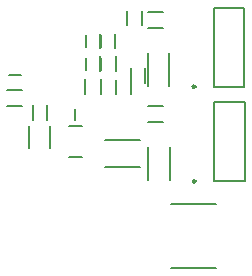
<source format=gbo>
G04*
G04 #@! TF.GenerationSoftware,Altium Limited,Altium Designer,24.4.1 (13)*
G04*
G04 Layer_Color=32896*
%FSLAX44Y44*%
%MOMM*%
G71*
G04*
G04 #@! TF.SameCoordinates,2EB5ED4D-3302-4EB3-8F75-9365195E6A89*
G04*
G04*
G04 #@! TF.FilePolarity,Positive*
G04*
G01*
G75*
%ADD10C,0.2500*%
%ADD13C,0.2000*%
D10*
X332000Y106500D02*
G03*
X332000Y106500I-1250J0D01*
G01*
X331750Y186500D02*
G03*
X331750Y186500I-1250J0D01*
G01*
D13*
X347250Y106500D02*
Y173500D01*
X373250Y106500D02*
Y173500D01*
X347250Y106500D02*
X373250D01*
X347250Y173500D02*
X373250D01*
X255469Y118719D02*
X284531D01*
X255469Y141281D02*
X284531D01*
X310750Y32800D02*
X349250D01*
X310750Y87200D02*
X349250D01*
X224300Y126650D02*
X235700D01*
X224300Y153350D02*
X235700D01*
X230000Y158250D02*
Y167750D01*
X206250Y158625D02*
Y170625D01*
X193750Y158625D02*
Y170625D01*
X172303Y183750D02*
X185028D01*
X172303Y170250D02*
X185028D01*
X251750Y179972D02*
Y192697D01*
X238250Y179972D02*
Y192697D01*
X174000Y183650D02*
X184000D01*
X174000Y196350D02*
X184000D01*
X238650Y201000D02*
Y211000D01*
X251350Y201000D02*
Y211000D01*
X264750Y199638D02*
Y212362D01*
X251250Y199638D02*
Y212362D01*
X238650Y220375D02*
Y230375D01*
X251350Y220375D02*
Y230375D01*
X286250Y238625D02*
Y250625D01*
X273750Y238625D02*
Y250625D01*
X208850Y135000D02*
X208900D01*
X191100D02*
X191150D01*
X191100D02*
Y153000D01*
X208850D02*
X208900D01*
X191100D02*
X191150D01*
X208900Y135000D02*
Y153000D01*
X251250Y219375D02*
Y231375D01*
X263750Y219375D02*
Y231375D01*
X309811Y107189D02*
Y135311D01*
X291689Y107189D02*
Y135311D01*
X291722Y169750D02*
X304447D01*
X291722Y156250D02*
X304447D01*
X251750Y180334D02*
Y192334D01*
X264250Y180334D02*
Y192334D01*
Y180334D02*
Y192334D01*
X276750Y180334D02*
Y192334D01*
X276750Y190000D02*
Y202000D01*
X289250Y190000D02*
Y202000D01*
X309561Y187189D02*
Y215311D01*
X291439Y187189D02*
Y215311D01*
X291222Y249750D02*
X303947D01*
X291222Y236250D02*
X303947D01*
X347000Y253500D02*
X373000D01*
X347000Y186500D02*
X373000D01*
Y253500D01*
X347000Y186500D02*
Y253500D01*
M02*

</source>
